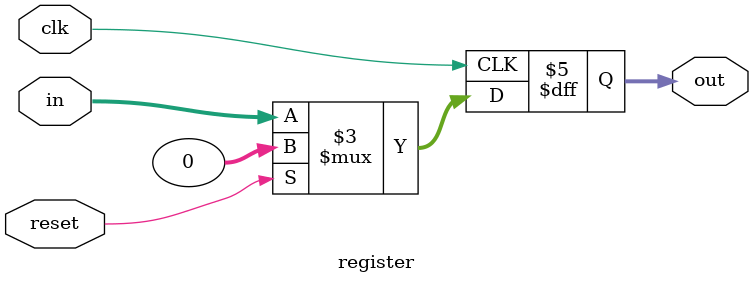
<source format=v>
module register
#(parameter width=32)
(
	input [width-1:0] in,
	output reg [width-1:0] out,
	input clk, reset
);


always@(posedge clk)
begin
	if(reset)
		out <= 0;
	else
		out <= in;
end
endmodule

</source>
